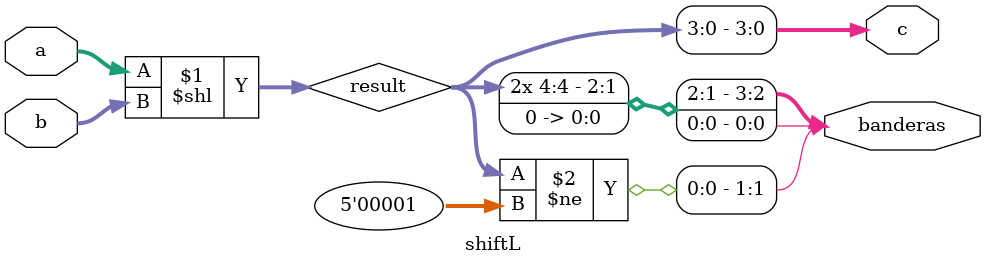
<source format=sv>
module shiftL #(parameter n = 4) ( input [n-1:0] a, b, output [n-1:0] c, output [3:0] banderas);
	
	logic [n:0] result;
	
	assign result = a << b;
	
	assign banderas[0] = 0; //Negativo
	assign banderas[1] = result != 1;
	assign banderas [2] = result[n]; // Acarreo
	assign banderas[3] = result[n];	// Desbordamiento

	assign c = result;
	
endmodule
</source>
